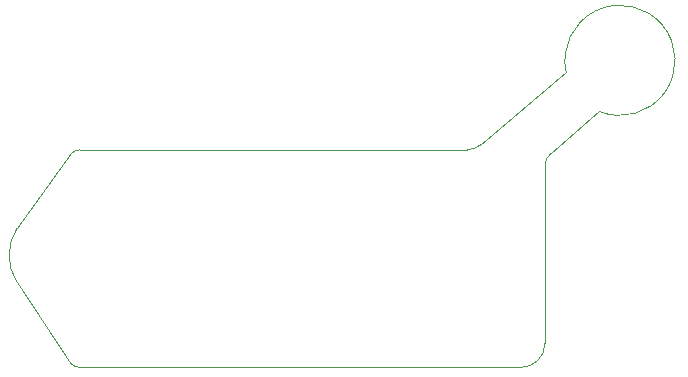
<source format=gm1>
G04 #@! TF.GenerationSoftware,KiCad,Pcbnew,9.0.2*
G04 #@! TF.CreationDate,2026-01-05T11:11:59+01:00*
G04 #@! TF.ProjectId,switch,73776974-6368-42e6-9b69-6361645f7063,rev?*
G04 #@! TF.SameCoordinates,Original*
G04 #@! TF.FileFunction,Profile,NP*
%FSLAX46Y46*%
G04 Gerber Fmt 4.6, Leading zero omitted, Abs format (unit mm)*
G04 Created by KiCad (PCBNEW 9.0.2) date 2026-01-05 11:11:59*
%MOMM*%
%LPD*%
G01*
G04 APERTURE LIST*
G04 #@! TA.AperFunction,Profile*
%ADD10C,0.100000*%
G04 #@! TD*
G04 APERTURE END LIST*
D10*
X184658000Y-117602000D02*
X188722000Y-114046000D01*
X184150000Y-133698380D02*
X184150000Y-118618000D01*
X144780000Y-135730380D02*
X182118000Y-135730380D01*
X139446001Y-128524000D02*
G75*
G02*
X139446001Y-123952000I3555999J2286000D01*
G01*
X178684248Y-116889694D02*
G75*
G02*
X177546000Y-117301797I-1138248J1365894D01*
G01*
X184150000Y-133698380D02*
G75*
G02*
X182118000Y-135730400I-2032000J-20D01*
G01*
X139446001Y-128524000D02*
X144061580Y-135432800D01*
X144061580Y-117599377D02*
G75*
G02*
X144780000Y-117301799I718420J-718423D01*
G01*
X185941467Y-110741005D02*
X178684248Y-116889694D01*
X184150000Y-118618000D02*
G75*
G02*
X184658000Y-117602000I1270000J0D01*
G01*
X177546000Y-117301797D02*
X144780000Y-117301797D01*
X144780000Y-135730380D02*
G75*
G02*
X144061584Y-135432796I0J1015980D01*
G01*
X185941467Y-110741005D02*
G75*
G02*
X188722000Y-114045999I4558533J1013005D01*
G01*
X144061580Y-117599377D02*
X139446000Y-123952000D01*
M02*

</source>
